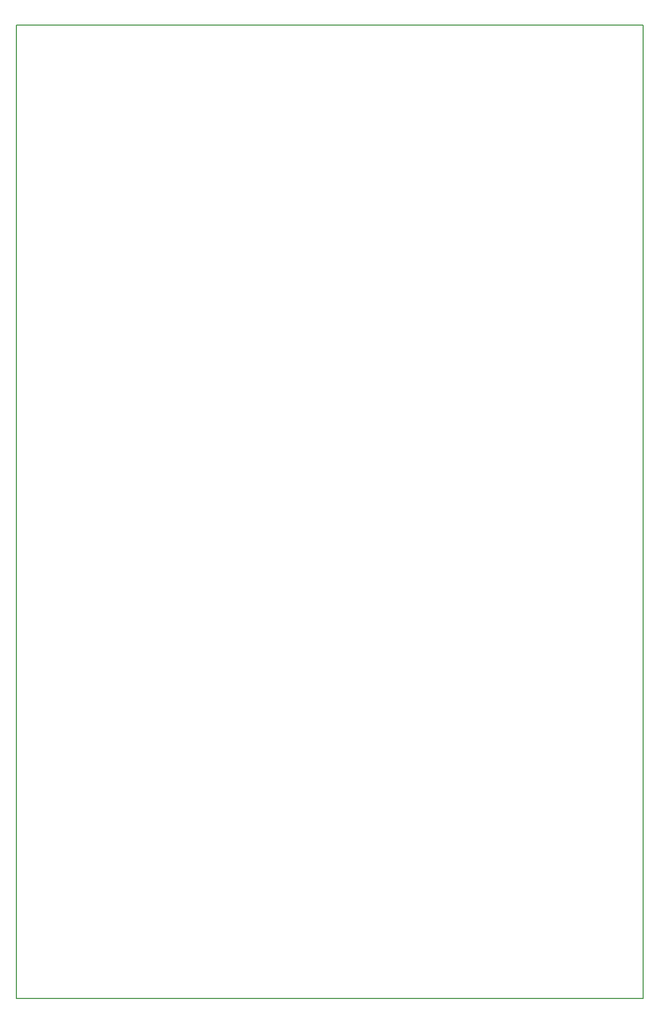
<source format=gbr>
G04 #@! TF.GenerationSoftware,KiCad,Pcbnew,(6.0.2)*
G04 #@! TF.CreationDate,2022-02-15T11:30:50+01:00*
G04 #@! TF.ProjectId,Entwicklerboard,456e7477-6963-46b6-9c65-72626f617264,rev?*
G04 #@! TF.SameCoordinates,Original*
G04 #@! TF.FileFunction,Profile,NP*
%FSLAX46Y46*%
G04 Gerber Fmt 4.6, Leading zero omitted, Abs format (unit mm)*
G04 Created by KiCad (PCBNEW (6.0.2)) date 2022-02-15 11:30:50*
%MOMM*%
%LPD*%
G01*
G04 APERTURE LIST*
G04 #@! TA.AperFunction,Profile*
%ADD10C,0.150000*%
G04 #@! TD*
G04 APERTURE END LIST*
D10*
X17272000Y-19304000D02*
X120904000Y-19304000D01*
X120904000Y-19304000D02*
X120904000Y-180340000D01*
X120904000Y-180340000D02*
X17272000Y-180340000D01*
X17272000Y-180340000D02*
X17272000Y-19304000D01*
M02*

</source>
